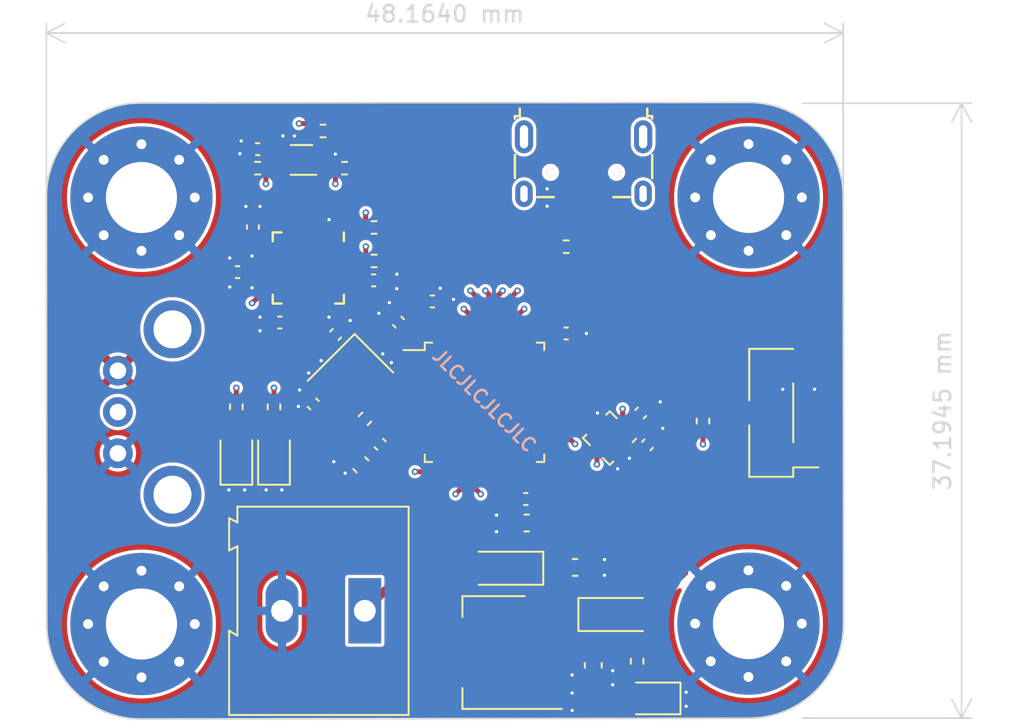
<source format=kicad_pcb>
(kicad_pcb (version 20211014) (generator pcbnew)
  (layers (0 "F.Cu" mixed) (1 "In1.Cu" signal) (2 "In2.Cu" signal) (31 "B.Cu" power) (34 "B.Paste" user) (35 "F.Paste" user) (36 "B.SilkS" user "B.Silkscreen") (37 "F.SilkS" user "F.Silkscreen") (38 "B.Mask" user) (39 "F.Mask" user) (44 "Edge.Cuts" user))
  (net 0 "")
  (net 1 "+3V3")
  (net 2 "GND")
  (net 3 "Net-(C4-Pad2)")
  (net 4 "/Crystal_In")
  (net 5 "Net-(C11-Pad1)")
  (net 6 "Net-(C16-Pad1)")
  (net 7 "VBUS")
  (net 8 "+BATT")
  (net 9 "Net-(D3-Pad2)")
  (net 10 "Net-(D4-Pad2)")
  (net 11 "Net-(D5-Pad2)")
  (net 14 "/PWM_Out")
  (net 15 "/Alert_Notif")
  (net 16 "/Crystal_Out")
  (net 17 "Net-(C17-Pad1)")
  (net 18 "/BMP_CSB")
  (net 19 "/Temp_ALERT")
  (net 20 "/Boot_Mode")
  (net 21 "Net-(R11-Pad2)")
  (net 22 "/RV_In")
  (net 27 "/MPU_INT")
  (net 37 "/BMP_SCK")
  (net 38 "/BMP_SDO")
  (net 39 "/BMP_SDI")
  (net 45 "/BMP_INT")
  (net 50 "/USB_D-")
  (net 51 "/USB_D+")
  (net 52 "/SCL0")
  (net 53 "/SDA0")
  (footprint "Sensor_Motion:InvenSense_QFN-24_4x4mm_P0.5mm" (layer "F.Cu") (at 160.4375 62.9125 -90)
    (fp_text reference "U4" hide)
    (fp_text value "MPU-6050" hide)
  )
  (footprint "LED_SMD:LED_0805_2012Metric" (layer "F.Cu") (at 158.3625 74.3375 90)
    (fp_text reference "D5" hide)
    (fp_text value "LED_Red" hide)
  )
  (footprint "MountingHole:MountingHole_4.3mm_M4_Pad_Via" (layer "F.Cu") (at 187.05 58.644491 180)
    (fp_text reference "H4" hide)
    (fp_text value "MountingHole_Pad" hide)
  )
  (footprint "Diode_SMD:D_SOD-123" (layer "F.Cu") (at 179.0125 83.875)
    (fp_text reference "D1" hide)
    (fp_text value "1N5819" hide)
  )
  (footprint "MountingHole:MountingHole_4.3mm_M4_Pad_Via" (layer "F.Cu") (at 187.044491 84.425 90)
    (fp_text reference "H4" hide)
    (fp_text value "MountingHole_Pad" hide)
  )
  (footprint "Capacitor_SMD:C_0402_1005Metric" (layer "F.Cu") (at 167.9375 64.9375)
    (fp_text reference "C2" hide)
    (fp_text value "100nF" hide)
  )
  (footprint "Capacitor_SMD:C_0402_1005Metric" (layer "F.Cu") (at 158.7125 66.2125 180)
    (fp_text reference "C15" hide)
    (fp_text value "100nF" hide)
  )
  (footprint "Capacitor_SMD:C_0402_1005Metric" (layer "F.Cu") (at 176.025 66.875)
    (fp_text reference "C3" hide)
    (fp_text value "100nF" hide)
  )
  (footprint "Capacitor_SMD:C_0402_1005Metric" (layer "F.Cu") (at 165.8875 66.1875 135)
    (fp_text reference "C1" hide)
    (fp_text value "100nF" hide)
  )
  (footprint "LED_SMD:LED_0805_2012Metric" (layer "F.Cu") (at 181.250001 88.95 180)
    (fp_text reference "D3" hide)
    (fp_text value "LED_Green" hide)
  )
  (footprint "Capacitor_SMD:C_0402_1005Metric" (layer "F.Cu") (at 160.7375 71.1375 135)
    (fp_text reference "C11" hide)
    (fp_text value "12pF" hide)
  )
  (footprint "Capacitor_SMD:C_0402_1005Metric" (layer "F.Cu") (at 180.534449 71.682098 -135)
    (fp_text reference "C12" hide)
    (fp_text value "100nF" hide)
  )
  (footprint "Package_QFP:LQFP-48_7x7mm_P0.5mm" (layer "F.Cu") (at 171.0875 71.0375)
    (fp_text reference "U1" hide)
    (fp_text value "STM32F302C8Tx" hide)
  )
  (footprint "Resistor_SMD:R_0402_1005Metric" (layer "F.Cu") (at 184.294491 72.175001 90)
    (fp_text reference "R11" hide)
    (fp_text value "10k" hide)
  )
  (footprint "Package_TO_SOT_SMD:SOT-223-3_TabPin2" (layer "F.Cu") (at 171.6625 86.175 180)
    (fp_text reference "U2" hide)
    (fp_text value "AMS1117-3.3" hide)
  )
  (footprint "Capacitor_SMD:C_0402_1005Metric" (layer "F.Cu") (at 162.0875 66.9375 45)
    (fp_text reference "C9" hide)
    (fp_text value "12pF" hide)
  )
  (footprint "Resistor_SMD:R_0402_1005Metric" (layer "F.Cu") (at 176.025 61.625 180)
    (fp_text reference "R2" hide)
    (fp_text value "1.5k" hide)
  )
  (footprint "Resistor_SMD:R_0402_1005Metric" (layer "F.Cu") (at 162.625 56.875 180)
    (fp_text reference "R9" hide)
    (fp_text value "4.7k" hide)
  )
  (footprint "Resistor_SMD:R_0402_1005Metric" (layer "F.Cu") (at 163.8625 72.0375 45)
    (fp_text reference "R5" hide)
    (fp_text value "47" hide)
  )
  (footprint "Resistor_SMD:R_0402_1005Metric" (layer "F.Cu") (at 164.4125 60.4625 180)
    (fp_text reference "R6" hide)
    (fp_text value "4.7k" hide)
  )
  (footprint "Capacitor_SMD:C_0603_1608Metric" (layer "F.Cu") (at 163.614493 74.814492 135)
    (fp_text reference "C10" hide)
    (fp_text value "1uF" hide)
  )
  (footprint "Capacitor_SMD:C_0402_1005Metric" (layer "F.Cu") (at 157.0875 60.4375 -90)
    (fp_text reference "C14" hide)
    (fp_text value "10nF" hide)
  )
  (footprint "Capacitor_SMD:C_0402_1005Metric" (layer "F.Cu") (at 173.5875 76.8875 180)
    (fp_text reference "C5" hide)
    (fp_text value "100nF" hide)
  )
  (footprint "Capacitor_SMD:C_0402_1005Metric" (layer "F.Cu") (at 156.1625 63.1625 180)
    (fp_text reference "C17" hide)
    (fp_text value "100nF" hide)
  )
  (footprint "Capacitor_SMD:C_0402_1005Metric" (layer "F.Cu") (at 157.375001 55.725 180)
    (fp_text reference "C18" hide)
    (fp_text value "100nF" hide)
  )
  (footprint "Resistor_SMD:R_0402_1005Metric" (layer "F.Cu") (at 180.3125 86.7 90)
    (fp_text reference "R1" hide)
    (fp_text value "330" hide)
  )
  (footprint "Capacitor_SMD:C_0603_1608Metric" (layer "F.Cu") (at 177.662499 86.95 90)
    (fp_text reference "C7" hide)
    (fp_text value "10uF" hide)
  )
  (footprint "Crystal:Crystal_SMD_3225-4Pin_3.2x2.5mm" (layer "F.Cu") (at 162.9875 69.4875 -135)
    (fp_text reference "Y1" hide)
    (fp_text value "X322516MLB4SI" hide)
  )
  (footprint "Resistor_SMD:R_0402_1005Metric" (layer "F.Cu") (at 158.3625 71.3125 -90)
    (fp_text reference "R4" hide)
    (fp_text value "330" hide)
  )
  (footprint "TerminalBlock:TerminalBlock_Altech_AK300-2_P5.00mm" (layer "F.Cu") (at 163.85 83.65 180)
    (fp_text reference "J1" hide)
    (fp_text value "Screw_Terminal_01x02" hide)
  )
  (footprint "Capacitor_SMD:C_0402_1005Metric" (layer "F.Cu") (at 164.3875 63.6625)
    (fp_text reference "C16" hide)
    (fp_text value "2.2nF" hide)
  )
  (footprint "LED_SMD:LED_0805_2012Metric" (layer "F.Cu") (at 156.0875 74.3375 90)
    (fp_text reference "D4" hide)
    (fp_text value "LED_Blue" hide)
  )
  (footprint "Resistor_SMD:R_0402_1005Metric" (layer "F.Cu") (at 161.325 54.625 180)
    (fp_text reference "R8" hide)
    (fp_text value "4.7k" hide)
  )
  (footprint "MountingHole:MountingHole_4.3mm_M4_Pad_Via" (layer "F.Cu") (at 150.35 84.45)
    (fp_text reference "H4" hide)
    (fp_text value "MountingHole_Pad" hide)
  )
  (footprint "Resistor_SMD:R_0402_1005Metric" (layer "F.Cu") (at 156.0875 71.3125 -90)
    (fp_text reference "R3" hide)
    (fp_text value "330" hide)
  )
  (footprint "Package_LGA:ST_HLGA-10_2.5x2.5mm_P0.6mm_LayoutBorder3x2y" (layer "F.Cu") (at 178.660616 73.202378 -45)
    (fp_text reference "U3" hide)
    (fp_text value "BMP388" hide)
  )
  (footprint "Potentiometer_THT:Potentiometer_Alps_RK09K_Single_Horizontal" (layer "F.Cu") (at 149.175 69.375 180)
    (fp_text reference "RV1" hide)
    (fp_text value "R_Potentiometer" hide)
  )
  (footprint "MountingHole:MountingHole_4.3mm_M4_Pad_Via" (layer "F.Cu") (at 150.35 58.65 -90)
    (fp_text reference "H4" hide)
    (fp_text value "MountingHole_Pad" hide)
  )
  (footprint "Package_TO_SOT_SMD:SOT-563" (layer "F.Cu") (at 160.025 56.375 180)
    (fp_text reference "U5" hide)
    (fp_text value "TMP112" hide)
  )
  (footprint "Capacitor_SMD:C_0402_1005Metric" (layer "F.Cu") (at 180.9375 73.6125 -135)
    (fp_text reference "C13" hide)
    (fp_text value "100nF" hide)
  )
  (footprint "Connector_PinHeader_2.54mm:PinHeader_1x03_P2.54mm_Vertical_SMD_Pin1Left" (layer "F.Cu") (at 188.419491 71.675001 180)
    (fp_text reference "SW1" hide)
    (fp_text value "SW_SPDT" hide)
  )
  (footprint "Connector_USB:USB_Micro-B_Wuerth_629105150521" (layer "F.Cu") (at 176.825 56.724999 180)
    (fp_text reference "J2" hide)
    (fp_text value "USB_B_Micro")
  )
  (footprint "Diode_SMD:D_SOD-123" (layer "F.Cu") (at 172.3875 81.075 180)
    (fp_text reference "D2" hide)
    (fp_text value "1N5819" hide)
  )
  (footprint "Capacitor_SMD:C_0603_1608Metric" (layer "F.Cu") (at 173.6375 78.3375 180)
    (fp_text reference "C6" hide)
    (fp_text value "4.7uF" hide)
  )
  (footprint "Resistor_SMD:R_0402_1005Metric" (layer "F.Cu") (at 164.4125 62.4875 180)
    (fp_text reference "R7" hide)
    (fp_text value "4.7k" hide)
  )
  (footprint "Resistor_SMD:R_0402_1005Metric" (layer "F.Cu") (at 157.375 56.875)
    (fp_text reference "R10" hide)
    (fp_text value "4.7k" hide)
  )
  (footprint "Capacitor_SMD:C_0402_1005Metric" (layer "F.Cu") (at 164.781219 73.577056 135)
    (fp_text reference "C8" hide)
    (fp_text value "100nF" hide)
  )
  (footprint "Capacitor_SMD:C_0603_1608Metric" (layer "F.Cu") (at 176.5625 81.025 180)
    (fp_text reference "C4" hide)
    (fp_text value "10uF" hide)
  )
  (gr_arc (start 144.605509 58.630509) (mid 146.275 54.6) (end 150.305509 52.930509) (layer "Edge.Cuts") (width 0.1))
  (gr_arc (start 192.788982 84.444491) (mid 191.119491 88.475) (end 187.088982 90.144491) (layer "Edge.Cuts") (width 0.1))
  (gr_arc (start 150.330509 90.194491) (mid 146.3 88.525) (end 144.630509 84.494491) (layer "Edge.Cuts") (width 0.1))
  (gr_line (start 150.305509 52.930509) (end 187.069491 52.9) (layer "Edge.Cuts") (width 0.1))
  (gr_arc (start 187.069491 52.9) (mid 191.1 54.569491) (end 192.769491 58.6) (layer "Edge.Cuts") (width 0.1))
  (gr_line (start 187.088982 90.144491) (end 150.330509 90.194491) (layer "Edge.Cuts") (width 0.1))
  (gr_line (start 192.769491 58.6) (end 192.788982 84.444491) (layer "Edge.Cuts") (width 0.1))
  (gr_line (start 144.630509 84.494491) (end 144.605509 58.630509) (layer "Edge.Cuts") (width 0.1))
  (gr_text "JLCJLCJLCJLC" (at 171.075 70.925 315) (layer "B.SilkS") (effects (font (size 0.8 0.8))))
  (dimension (type aligned) (layer "Edge.Cuts") (pts (xy 189.825 52.95) (xy 189.825 90.144491)) (height -10.1) (gr_text "37.1945 mm" (at 198.775 71.547245 90) (layer "Edge.Cuts") (effects (font (size 1 1) (thickness 0.15)))) (format (units 3) (units_format 1) (precision 4)) (style (thickness 0.1) (arrow_length 1.27) (text_position_mode 0) (extension_height 0.58642) (extension_offset 0.5) keep_text_aligned))
  (dimension (type aligned) (layer "Edge.Cuts") (pts (xy 192.769491 58.6) (xy 144.605509 58.6)) (height 9.9) (gr_text "48.1640 mm" (at 168.6875 47.55) (layer "Edge.Cuts") (effects (font (size 1 1) (thickness 0.15)))) (format (units 3) (units_format 1) (precision 4)) (style (thickness 0.1) (arrow_length 1.27) (text_position_mode 0) (extension_height 0.58642) (extension_offset 0.5) keep_text_aligned))
  (segment (start 159.525 56.375) (end 158.505 56.375) (width 0.2) (layer "F.Cu") (net 1))
  (segment (start 175.25 67.17) (end 175.545 66.875) (width 0.3) (layer "F.Cu") (net 1))
  (segment (start 166.226911 67.589411) (end 166.925 68.2875) (width 0.3) (layer "F.Cu") (net 1))
  (segment (start 175.545 66.875) (end 175.545 66.917285) (width 0.3) (layer "F.Cu") (net 1))
  (segment (start 159.1875 64.8625) (end 159.1875 66.2075) (width 0.3) (layer "F.Cu") (net 1))
  (segment (start 174.0675 76.8875) (end 174.0675 77.9925) (width 0.3) (layer "F.Cu") (net 1))
  (segment (start 164.1625 74.874597) (end 164.1625 75.3625) (width 0.3) (layer "F.Cu") (net 1))
  (segment (start 158.4875 62.1625) (end 157.962139 62.1625) (width 0.3) (layer "F.Cu") (net 1))
  (segment (start 165.12063 73.916467) (end 164.1625 74.874597) (width 0.3) (layer "F.Cu") (net 1))
  (segment (start 174.8125 86.175) (end 177.662499 86.175) (width 0.5) (layer "F.Cu") (net 1))
  (segment (start 157.0875 61.287861) (end 157.0875 60.9175) (width 0.3) (layer "F.Cu") (net 1))
  (segment (start 157.962139 62.1625) (end 157.0875 61.287861) (width 0.3) (layer "F.Cu") (net 1))
  (segment (start 165.12063 73.916467) (end 165.7375 73.299597) (width 0.3) (layer "F.Cu") (net 1))
  (segment (start 174.0675 77.9925) (end 174.4125 78.3375) (width 0.3) (layer "F.Cu") (net 1))
  (segment (start 180.034171 73.387994) (end 179.553338 73.387994) (width 0.3) (layer "F.Cu") (net 1))
  (segment (start 166.226911 66.526911) (end 166.226911 67.589411) (width 0.3) (layer "F.Cu") (net 1))
  (segment (start 167.4575 65.1575) (end 168.3375 66.0375) (width 0.3) (layer "F.Cu") (net 1))
  (segment (start 177.637499 86.15) (end 177.662499 86.175) (width 0.5) (layer "F.Cu") (net 1))
  (segment (start 181.035 86.19) (end 181.05 86.175) (width 0.3) (layer "F.Cu") (net 1))
  (segment (start 173.8375 76.6575) (end 174.0675 76.8875) (width 0.3) (layer "F.Cu") (net 1))
  (segment (start 179.367723 72.848825) (end 180.195038 72.02151) (width 0.3) (layer "F.Cu") (net 1))
  (segment (start 180.3125 86.19) (end 181.035 86.19) (width 0.3) (layer "F.Cu") (net 1))
  (segment (start 166.925 72.2875) (end 166.087139 72.2875) (width 0.3) (layer "F.Cu") (net 1))
  (segment (start 158.505 56.375) (end 157.855 55.725) (width 0.2) (layer "F.Cu") (net 1))
  (segment (start 166.087139 72.2875) (end 165.7375 72.637139) (width 0.3) (layer "F.Cu") (net 1))
  (segment (start 159.1875 66.2075) (end 159.1925 66.2125) (width 0.3) (layer "F.Cu") (net 1))
  (segment (start 173.8375 75.2) (end 173.8375 76.6575) (width 0.3) (layer "F.Cu") (net 1))
  (segment (start 165.7375 73.299597) (end 165.7375 72.637139) (width 0.3) (layer "F.Cu") (net 1))
  (segment (start 167.4575 64.9375) (end 167.4575 65.1575) (width 0.3) (layer "F.Cu") (net 1))
  (segment (start 168.3375 66.0375) (end 168.3375 66.875) (width 0.3) (layer "F.Cu") (net 1))
  (segment (start 180.3125 86.19) (end 177.677499 86.19) (width 0.5) (layer "F.Cu") (net 1))
  (segment (start 175.25 68.2875) (end 175.25 67.17) (width 0.3) (layer "F.Cu") (net 1))
  (segment (start 177.677499 86.19) (end 177.662499 86.175) (width 0.5) (layer "F.Cu") (net 1))
  (segment (start 180.598089 73.951911) (end 180.034171 73.387994) (width 0.3) (layer "F.Cu") (net 1))
  (segment (start 163.412967 74.266485) (end 163.066485 74.266485) (width 0.3) (layer "F.Cu") (net 2))
  (segment (start 175.25 68.7875) (end 176.087861 68.7875) (width 0.3) (layer "F.Cu") (net 2))
  (segment (start 173.3375 75.2) (end 173.3375 76.6575) (width 0.3) (layer "F.Cu") (net 2))
  (segment (start 176.087861 68.7875) (end 176.505 68.370361) (width 0.3) (layer "F.Cu") (net 2))
  (segment (start 180.87386 71.342687) (end 181.382313 71.342687) (width 0.5) (layer "F.Cu") (net 2))
  (segment (start 155.6875 63.1675) (end 155.6825 63.1625) (width 0.5) (layer "F.Cu") (net 2))
  (segment (start 179.137913 75.058533) (end 178.846232 74.766852) (width 0.3) (layer "F.Cu") (net 2))
  (segment (start 164.462355 73.237645) (end 165.237981 72.462019) (width 0.3) (layer "F.Cu") (net 2))
  (segment (start 177.9125 71.6875) (end 177.9125 71.747156) (width 0.3) (layer "F.Cu") (net 2))
  (segment (start 181.276911 73.273089) (end 181.276911 73.198089) (width 0.5) (layer "F.Cu") (net 2))
  (segment (start 178.846232 74.766852) (end 178.846232 74.0951) (width 0.3) (layer "F.Cu") (net 2))
  (segment (start 159.6 54.925) (end 159.6 55.8) (width 0.2) (layer "F.Cu") (net 2))
  (segment (start 158.4875 62.6625) (end 157.5125 62.6625) (width 0.3) (layer "F.Cu") (net 2))
  (segment (start 165.237981 72.462019) (end 165.237981 72.43023) (width 0.3) (layer "F.Cu") (net 2))
  (segment (start 174.9625 88.625) (end 174.8125 88.475) (width 0.5) (layer "F.Cu") (net 2))
  (segment (start 168.4175 64.9375) (end 168.8375 65.3575) (width 0.3) (layer "F.Cu") (net 2))
  (segment (start 176.505 68.370361) (end 176.505 66.875) (width 0.3) (layer "F.Cu") (net 2))
  (segment (start 160.525 56.374999) (end 161.680496 56.374999) (width 0.2) (layer "F.Cu") (net 2))
  (segment (start 161.680496 56.374999) (end 162.030495 56.025) (width 0.2) (layer "F.Cu") (net 2))
  (segment (start 166.925 71.7875) (end 165.880711 71.7875) (width 0.3) (layer "F.Cu") (net 2))
  (segment (start 179.84502 74.422137) (end 179.199785 73.776902) (width 0.3) (layer "F.Cu") (net 2))
  (segment (start 176.5 66.87) (end 176.505 66.875) (width 0.5) (layer "F.Cu") (net 2))
  (segment (start 162.451911 66.598089) (end 162.9625 66.0875) (width 0.5) (layer "F.Cu") (net 2))
  (segment (start 155.6875 63.1575) (end 155.6825 63.1625) (width 0.5) (layer "F.Cu") (net 2))
  (segment (start 162.426911 66.598089) (end 162.451911 66.598089) (width 0.5) (layer "F.Cu") (net 2))
  (segment (start 158.4875 63.6625) (end 157.4875 63.6625) (width 0.3) (layer "F.Cu") (net 2))
  (segment (start 161.6875 60.9625) (end 161.6875 59.9875) (width 0.3) (layer "F.Cu") (net 2))
  (segment (start 159.6 55.8) (end 159.525 55.875) (width 0.2) (layer "F.Cu") (net 2))
  (segment (start 177.9125 71.747156) (end 178.475 72.309656) (width 0.3) (layer "F.Cu") (net 2))
  (segment (start 179.199785 73.776902) (end 179.199785 73.741547) (width 0.3) (layer "F.Cu") (net 2))
  (segment (start 164.441808 73.237644) (end 163.412967 74.266485) (width 0.3) (layer "F.Cu") (net 2))
  (segment (start 168.4125 64.9325) (end 168.4175 64.9375) (width 0.5) (layer "F.Cu") (net 2))
  (segment (start 181.382313 71.342687) (end 181.7125 71.0125) (width 0.5) (layer "F.Cu") (net 2))
  (segment (start 158.9 55.25) (end 159.525 55.875) (width 0.2) (layer "F.Cu") (net 2))
  (segment (start 157.4875 63.6625) (end 157.0375 64.1125) (width 0.3) (layer "F.Cu") (net 2))
  (segment (start 168.8375 65.3575) (end 168.8375 66.875) (width 0.3) (layer "F.Cu") (net 2))
  (segment (start 177.3125 81.05) (end 177.3375 81.025) (width 0.5) (layer "F.Cu") (net 2))
  (segment (start 158.9 54.925) (end 158.9 55.25) (width 0.2) (layer "F.Cu") (net 2))
  (segment (start 173.3375 76.6575) (end 173.1075 76.8875) (width 0.3) (layer "F.Cu") (net 2))
  (segment (start 162.030495 56.025) (end 162.075 56.025001) (width 0.2) (layer "F.Cu") (net 2))
  (segment (start 177.6875 87.75) (end 177.6625 87.725) (width 0.5) (layer "F.Cu") (net 2))
  (segment (start 173.1075 76.8875) (end 173.1075 78.0925) (width 0.3) (layer "F.Cu") (net 2))
  (segment (start 156.0875 75.275001) (end 155.8 75.275) (width 0.5) (layer "F.Cu") (net 2))
  (segment (start 161.6875 65.8875) (end 161.6875 64.8625) (width 0.3) (layer "F.Cu") (net 2))
  (segment (start 181.276911 73.198089) (end 181.8625 72.6125) (width 0.5) (layer "F.Cu") (net 2))
  (segment (start 164.441808 73.237645) (end 164.462355 73.237645) (width 0.3) (layer "F.Cu") (net 2))
  (segment (start 157.5125 62.6625) (end 157.0375 62.1875) (width 0.3) (layer "F.Cu") (net 2))
  (segment (start 165.880711 71.7875) (end 165.237981 72.43023) (width 0.3) (layer "F.Cu") (net 2))
  (segment (start 173.1075 78.0925) (end 172.8625 78.3375) (width 0.3) (layer "F.Cu") (net 2))
  (via (at 156.6625 59.1875) (size 0.4) (drill 0.2) (layers "F.Cu" "B.Cu") (net 2))
  (via (at 157.5125 65.8875) (size 0.4) (drill 0.2) (layers "F.Cu" "B.Cu") (net 2))
  (via (at 171.8125 78.8625) (size 0.4) (drill 0.2) (layers "F.Cu" "B.Cu") (net 2))
  (via (at 176.3875 88.625) (size 0.4) (drill 0.2) (layers "F.Cu" "B.Cu") (net 2))
  (via (at 156.3 56) (size 0.4) (drill 0.2) (layers "F.Cu" "B.Cu") (net 2))
  (via (at 162.075 56.025001) (size 0.4) (drill 0.2) (layers "F.Cu" "B.Cu") (net 2))
  (via (at 181.7125 71.0125) (size 0.4) (drill 0.2) (layers "F.Cu" "B.Cu") (net 2))
  (via (at 159.8375 71.2875) (size 0.4) (drill 0.2) (layers "F.Cu" "B.Cu") (net 2))
  (via (at 178.3375 80.55) (size 0.4) (drill 0.2) (layers "F.Cu" "B.Cu") (net 2))
  (via (at 158.9 54.925) (size 0.4) (drill 0.2) (layers "F.Cu" "B.Cu") (net 2))
  (via (at 165.4625 68.6375) (size 0.4) (drill 0.2) (layers "F.Cu" "B.Cu") (net 2))
  (via (at 160.4625 69.2625) (size 0.4) (drill 0.2) (layers "F.Cu" "B.Cu") (net 2))
  (via (at 156.5875 76.3375) (size 0.4) (drill 0.2) (layers "F.Cu" "B.Cu") (net 2))
  (via (at 171.8125 77.8625) (size 0.4) (drill 0.2) (layers "F.Cu" "B.Cu") (net 2))
  (via (at 179.84502 74.422137) (size 0.4) (drill 0.2) (layers "F.Cu" "B.Cu") (net 2))
  (via (at 161.6875 59.9875) (size 0.4) (drill 0.2) (layers "F.Cu" "B.Cu") (net 2))
  (via (at 189.11949 70.25) (size 0.4) (drill 0.2) (layers "F.Cu" "B.Cu") (net 2))
  (via (at 177.25 66.875) (size 0.4) (drill 0.2) (layers "F.Cu" "B.Cu") (net 2))
  (via (at 161.976154 74.632083) (size 0.4) (drill 0.2) (layers "F.Cu" "B.Cu") (net 2))
  (via (at 174.875 58.125) (size 0.4) (drill 0.2) (layers "F.Cu" "B.Cu") (net 2))
  (via (at 176.3875 87.525) (size 0.4) (drill 0.2) (layers "F.Cu" "B.Cu") (net 2))
  (via (at 157.5125 59.1875) (size 0.4) (drill 0.2) (layers "F.Cu" "B.Cu") (net 2))
  (via (at 156.375 55.225) (size 0.4) (drill 0.2) (layers "F.Cu" "B.Cu") (net 2))
  (via (at 159.6 54.925) (size 0.4) (drill 0.2) (layers "F.Cu" "B.Cu") (net 2))
  (via (at 178.8375 87.275) (size 0.4) (drill 0.2) (layers "F.Cu" "B.Cu") (net 2))
  (via (at 162.665583 75.321514) (size 0.4) (drill 0.2) (layers "F.Cu" "B.Cu") (net 2))
  (via (at 178.3375 81.5) (size 0.4) (drill 0.2) (layers "F.Cu" "B.Cu") (net 2))
  (via (at 155.6375 76.337501) (size 0.4) (drill 0.2) (layers "F.Cu" "B.Cu") (net 2))
  (via (at 179.137913 75.058533) (size 0.4) (drill 0.2) (layers "F.Cu" "B.Cu") (net 2))
  (via (at 177.9125 71.6875) (size 0.4) (drill 0.2) (layers "F.Cu" "B.Cu") (net 2))
  (via (at 191.044492 70.249999) (size 0.4) (drill 0.2) (layers "F.Cu" "B.Cu") (net 2))
  (via (at 162.9625 66.0875) (size 0.4) (drill 0.2) (layers "F.Cu" "B.Cu") (net 2))
  (via (at 157.8875 76.3375) (size 0.4) (drill 0.2) (layers "F.Cu" "B.Cu") (net 2))
  (via (at 169.2125 64.8125) (size 0.4) (drill 0.2) (layers "F.Cu" "B.Cu") (net 2))
  (via (at 174.875 59.175) (size 0.4) (drill 0.2) (layers "F.Cu" "B.Cu") (net 2))
  (via (at 165.3375 65.0125) (size 0.4) (drill 0.2) (layers "F.Cu" "B.Cu") (net 2))
  (via (at 178.8375 88.125) (size 0.4) (drill 0.2) (layers "F.Cu" "B.Cu") (net 2))
  (via (at 168.4125 64.1375) (size 0.4) (drill 0.2) (layers "F.Cu" "B.Cu") (net 2))
  (via (at 164.9375 68.1125) (size 0.4) (drill 0.2) (layers "F.Cu" "B.Cu") (net 2))
  (via (at 183.275 89.425) (size 0.4) (drill 0.2) (layers "F.Cu" "B.Cu") (net 2))
  (via (at 161.2125 68.5125) (size 0.4) (drill 0.2) (layers "F.Cu" "B.Cu") (net 2))
  (via (at 159.9125 70.2875) (size 0.4) (drill 0.2) (layers "F.Cu" "B.Cu") (net 2))
  (via (at 165.7875 63.2875) (size 0.4) (drill 0.2) (layers "F.Cu" "B.Cu") (net 2))
  (via (at 158.8375 76.3375) (size 0.4) (drill 0.2) (layers "F.Cu" "B.Cu") (net 2))
  (via (at 157.0375 62.1875) (size 0.4) (drill 0.2) (layers "F.Cu" "B.Cu") (net 2))
  (via (at 181.8625 72.6125) (size 0.4) (drill 0.2) (layers "F.Cu" "B.Cu") (net 2))
  (via (at 176.3875 89.675) (size 0.4) (drill 0.2) (layers "F.Cu" "B.Cu") (net 2))
  (via (at 157.5125 66.7125) (size 0.4) (drill 0.2) (layers "F.Cu" "B.Cu") (net 2))
  (via (at 155.6875 64.0625) (size 0.4) (drill 0.2) (layers "F.Cu" "B.Cu") (net 2))
  (via (at 165.7875 64.1625) (size 0.4) (drill 0.2) (layers "F.Cu" "B.Cu") (net 2))
  (via (at 155.6875 62.3125) (size 0.4) (drill 0.2) (layers "F.Cu" "B.Cu") (net 2))
  (via (at 164.701104 65.648896) (size 0.4) (drill 0.2) (layers "F.Cu" "B.Cu") (net 2))
  (via (at 161.6875 65.8875) (size 0.4) (drill 0.2) (layers "F.Cu" "B.Cu") (net 2))
  (via (at 183.275 88.575) (size 0.4) (drill 0.2) (layers "F.Cu" "B.Cu") (net 2))
  (via (at 157.0375 64.1125) (size 0.4) (drill 0.2) (layers "F.Cu" "B.Cu") (net 2))
  (segment (start 174.463478 83.875) (end 174.8125 83.875) (width 0.5) (layer "F.Cu") (net 3))
  (segment (start 174.0375 81.075) (end 175.7375 81.075) (width 0.5) (layer "F.Cu") (net 3))
  (segment (start 175.7375 81.075) (end 175.7875 81.025) (width 0.5) (layer "F.Cu") (net 3))
  (segment (start 174.8125 81.85) (end 174.0375 81.075) (width 0.5) (layer "F.Cu") (net 3))
  (segment (start 174.8125 83.875) (end 177.3625 83.875) (width 0.5) (layer "F.Cu") (net 3))
  (segment (start 174.8125 83.875) (end 174.8125 81.85) (width 0.5) (layer "F.Cu") (net 3))
  (segment (start 164.208889 70.6375) (end 163.0875 69.516111) (width 0.3) (layer "F.Cu") (net 4))
  (segment (start 163.0875 69.516111) (end 163.0875 68.185419) (width 0.3) (layer "F.Cu") (net 4))
  (segment (start 162.57982 68.108642) (end 161.748089 67.276911) (width 0.3) (layer "F.Cu") (net 4))
  (segment (start 164.382405 70.6375) (end 164.208889 70.6375) (width 0.3) (layer "F.Cu") (net 4))
  (segment (start 163.0875 68.185419) (end 163.164277 68.108642) (width 0.3) (layer "F.Cu") (net 4))
  (segment (start 163.164277 68.108642) (end 162.57982 68.108642) (width 0.3) (layer "F.Cu") (net 4))
  (segment (start 166.925 70.2875) (end 164.732405 70.2875) (width 0.3) (layer "F.Cu") (net 4))
  (segment (start 164.732405 70.2875) (end 164.382405 70.6375) (width 0.3) (layer "F.Cu") (net 4))
  (segment (start 162.810723 71.706971) (end 163.501876 72.398124) (width 0.3) (layer "F.Cu") (net 5))
  (segment (start 161.076911 71.476911) (end 162.20017 71.476911) (width 0.3) (layer "F.Cu") (net 5))
  (segment (start 162.810723 70.866358) (end 162.810723 71.706971) (width 0.3) (layer "F.Cu") (net 5))
  (segment (start 162.20017 71.476911) (end 162.810723 70.866358) (width 0.3) (layer "F.Cu") (net 5))
  (segment (start 162.3875 63.6625) (end 163.9075 63.6625) (width 0.3) (layer "F.Cu") (net 6))
  (segment (start 178.375 60.225372) (end 183.2 65.050372) (width 0.4) (layer "F.Cu") (net 7))
  (segment (start 183.2 65.050372) (end 183.2 81.3375) (width 0.4) (layer "F.Cu") (net 7))
  (segment (start 183.2 81.3375) (end 180.6625 83.875) (width 0.4) (layer "F.Cu") (net 7))
  (segment (start 178.375 58.124999) (end 178.375 60.225372) (width 0.4) (layer "F.Cu") (net 7))
  (segment (start 166.425 81.075) (end 163.85 83.65) (width 0.5) (layer "F.Cu") (net 8))
  (segment (start 170.7375 81.075) (end 166.425 81.075) (width 0.5) (layer "F.Cu") (net 8))
  (segment (start 180.35 88.9875) (end 180.3125 88.95) (width 0.5) (layer "F.Cu") (net 9))
  (segment (start 180.312501 88.95) (end 180.3125 87.21) (width 0.3) (layer "F.Cu") (net 9))
  (segment (start 156.0875 71.8225) (end 156.0875 73.4) (width 0.3) (layer "F.Cu") (net 10))
  (segment (start 158.3625 71.8225) (end 158.3625 73.4) (width 0.3) (layer "F.Cu") (net 11))
  (segment (start 156.0875 70.8025) (end 156.0875 70.1625) (width 0.3) (layer "F.Cu") (net 14))
  (segment (start 169.3375 76.5875) (end 169.8375 76.0875) (width 0.3) (layer "F.Cu") (net 14))
  (segment (start 169.8375 76.0875) (end 169.8375 75.2) (width 0.3) (layer "F.Cu") (net 14))
  (via (at 169.3375 76.5875) (size 0.4) (drill 0.2) (layers "F.Cu" "B.Cu") (net 14))
  (via (at 156.0875 70.1625) (size 0.4) (drill 0.2) (layers "F.Cu" "B.Cu") (net 14))
  (segment (start 170.3375 76.0625) (end 170.3375 75.2) (width 0.3) (layer "F.Cu") (net 15))
  (segment (start 170.8625 76.5875) (end 170.3375 76.0625) (width 0.3) (layer "F.Cu") (net 15))
  (segment (start 158.3625 70.8025) (end 158.3625 70.1625) (width 0.3) (layer "F.Cu") (net 15))
  (via (at 158.3625 70.1625) (size 0.4) (drill 0.2) (layers "F.Cu" "B.Cu") (net 15))
  (via (at 170.8625 76.5875) (size 0.4) (drill 0.2) (layers "F.Cu" "B.Cu") (net 15))
  (segment (start 164.223124 71.676876) (end 165.1125 70.7875) (width 0.3) (layer "F.Cu") (net 16))
  (segment (start 165.1125 70.7875) (end 166.925 70.7875) (width 0.3) (layer "F.Cu") (net 16))
  (segment (start 158.4875 63.1625) (end 156.6425 63.1625) (width 0.3) (layer "F.Cu") (net 17))
  (segment (start 175.25 73.7875) (end 175.6625 73.7875) (width 0.3) (layer "F.Cu") (net 18))
  (segment (start 175.6625 73.7875) (end 176.2875 74.4125) (width 0.3) (layer "F.Cu") (net 18))
  (segment (start 176.2875 74.4125) (end 177.09694 74.4125) (width 0.3) (layer "F.Cu") (net 18))
  (segment (start 177.09694 74.4125) (end 177.953509 73.555931) (width 0.3) (layer "F.Cu") (net 18))
  (segment (start 160.825 55.575) (end 160.825 54.635001) (width 0.2) (layer "F.Cu") (net 19))
  (segment (start 160.825 54.635001) (end 160.814999 54.625) (width 0.2) (layer "F.Cu") (net 19))
  (segment (start 172.8375 66.037139) (end 173.487139 65.3875) (width 0.3) (layer "F.Cu") (net 19))
  (segment (start 159.875 54.175) (end 160.364999 54.175) (width 0.3) (layer "F.Cu") (net 19))
  (segment (start 172.8375 66.875) (end 172.8375 66.037139) (width 0.3) (layer "F.Cu") (net 19))
  (segment (start 160.364999 54.175) (end 160.814999 54.625) (width 0.3) (layer "F.Cu") (net 19))
  (segment (start 160.525 55.875) (end 160.825 55.575) (width 0.2) (layer "F.Cu") (net 19))
  (segment (start 173.487139 65.3875) (end 173.4875 65.3875) (width 0.3) (layer "F.Cu") (net 19))
  (via (at 173.4875 65.3875) (size 0.4) (drill 0.2) (layers "F.Cu" "B.Cu") (net 19))
  (via (at 159.875 54.175) (size 0.4) (drill 0.2) (layers "F.Cu" "B.Cu") (net 19))
  (segment (start 184.294491 73.525) (end 184.244491 73.575) (width 0.3) (layer "F.Cu") (net 20))
  (segment (start 170.3375 65.8875) (end 170.3375 66.875) (width 0.3) (layer "F.Cu") (net 20))
  (segment (start 184.294491 72.685) (end 184.294491 73.525) (width 0.3) (layer "F.Cu") (net 20))
  (segment (start 169.8375 65.3875) (end 170.3375 65.8875) (width 0.3) (layer "F.Cu") (net 20))
  (via (at 169.8375 65.3875) (size 0.4) (drill 0.2) (layers "F.Cu" "B.Cu") (net 20))
  (via (at 184.294491 73.575) (size 0.4) (drill 0.2) (layers "F.Cu" "B.Cu") (net 20))
  (segment (start 184.294491 71.665001) (end 186.754492 71.665001) (width 0.3) (layer "F.Cu") (net 21))
  (segment (start 186.754492 71.665001) (end 186.764491 71.675) (width 0.3) (layer "F.Cu") (net 21))
  (segment (start 166.8875 75.2375) (end 168.3 75.2375) (width 0.3) (layer "F.Cu") (net 22))
  (segment (start 168.3 75.2375) (end 168.3375 75.2) (width 0.3) (layer "F.Cu") (net 22))
  (via (at 166.8875 75.2375) (size 0.4) (drill 0.2) (layers "F.Cu" "B.Cu") (net 22))
  (segment (start 171.8375 66.875) (end 171.8375 64.6375) (width 0.3) (layer "F.Cu") (net 27))
  (segment (start 157.9125 64.1625) (end 158.4875 64.1625) (width 0.3) (layer "F.Cu") (net 27))
  (segment (start 171.8375 64.6375) (end 172.1875 64.2875) (width 0.3) (layer "F.Cu") (net 27))
  (segment (start 157.0375 65.0375) (end 157.9125 64.1625) (width 0.3) (layer "F.Cu") (net 27))
  (via (at 172.1875 64.2875) (size 0.4) (drill 0.2) (layers "F.Cu" "B.Cu") (net 27))
  (via (at 157.0375 65.0375) (size 0.4) (drill 0.2) (layers "F.Cu" "B.Cu") (net 27))
  (segment (start 179.438434 72.071007) (end 179.438434 71.434611) (width 0.3) (layer "F.Cu") (net 37))
  (segment (start 176.2875 73.2875) (end 176.5625 73.5625) (width 0.3) (layer "F.Cu") (net 37))
  (segment (start 175.25 73.2875) (end 176.2875 73.2875) (width 0.3) (layer "F.Cu") (net 37))
  (segment (start 179.01417 72.495271) (end 179.438434 72.071007) (width 0.3) (layer "F.Cu") (net 37))
  (via (at 179.438434 71.434611) (size 0.4) (drill 0.2) (layers "F.Cu" "B.Cu") (net 37))
  (via (at 176.5625 73.5625) (size 0.4) (drill 0.2) (layers "F.Cu" "B.Cu") (net 37))
  (segment (start 177.767894 73.016763) (end 177.546923 72.795792) (width 0.3) (layer "F.Cu") (net 38))
  (segment (start 177.546923 72.795792) (end 176.73375 72.795792) (width 0.3) (layer "F.Cu") (net 38))
  (segment (start 176.725458 72.7875) (end 176.73375 72.795792) (width 0.3) (layer "F.Cu") (net 38))
  (segment (start 175.25 72.7875) (end 176.725458 72.7875) (width 0.3) (layer "F.Cu") (net 38))
  (segment (start 175.25 72.2875) (end 177.745738 72.2875) (width 0.3) (layer "F.Cu") (net 39))
  (segment (start 177.745738 72.2875) (end 178.121447 72.663209) (width 0.3) (layer "F.Cu") (net 39))
  (segment (start 172.3375 66.875) (end 172.3375 65.0375) (width 0.3) (layer "F.Cu") (net 45))
  (segment (start 177.882799 74.333749) (end 177.882799 74.793368) (width 0.3) (layer "F.Cu") (net 45))
  (segment (start 172.3375 65.0375) (end 173.0875 64.2875) (width 0.3) (layer "F.Cu") (net 45))
  (segment (start 178.307063 73.909485) (end 177.882799 74.333749) (width 0.3) (layer "F.Cu") (net 45))
  (via (at 173.0875 64.2875) (size 0.4) (drill 0.2) (layers "F.Cu" "B.Cu") (net 45))
  (via (at 177.882799 74.793368) (size 0.4) (drill 0.2) (layers "F.Cu" "B.Cu") (net 45))
  (segment (start 177.725 58.124999) (end 177.725 58.138602) (width 0.2) (layer "F.Cu") (net 50))
  (segment (start 175.25 70.2875) (end 175.299999 70.237501) (width 0.2) (layer "F.Cu") (net 50))
  (segment (start 175.25 70.2875) (end 175.274999 70.262501) (width 0.2) (layer "F.Cu") (net 50))
  (segment (start 178.3 69.0682) (end 178.3 60.8568) (width 0.2) (layer "F.Cu") (net 50))
  (segment (start 175.274999 70.262501) (end 177.105699 70.262501) (width 0.2) (layer "F.Cu") (net 50))
  (segment (start 177.625 59.425) (end 177.725 59.325) (width 0.2) (layer "F.Cu") (net 50))
  (segment (start 178.3 60.8568) (end 177.625 60.1818) (width 0.2) (layer "F.Cu") (net 50))
  (segment (start 177.625 60.1818) (end 177.625 59.425) (width 0.2) (layer "F.Cu") (net 50))
  (segment (start 177.105699 70.262501) (end 178.3 69.0682) (width 0.2) (layer "F.Cu") (net 50))
  (segment (start 177.725 59.325) (end 177.725 58.124999) (width 0.2) (layer "F.Cu") (net 50))
  (segment (start 176.535 61.625) (end 177.85 61.625) (width 0.3) (layer "F.Cu") (net 51))
  (segment (start 175.274999 69.812499) (end 176.919301 69.812499) (width 0.2) (layer "F.Cu") (net 51))
  (segment (start 177.075 59.325) (end 177.075 58.124999) (width 0.2) (layer "F.Cu") (net 51))
  (segment (start 177.85 68.8818) (end 177.85 61.0432) (width 0.2) (layer "F.Cu") (net 51))
  (segment (start 177.175 59.425) (end 177.075 59.325) (width 0.2) (layer "F.Cu") (net 51))
  (segment (start 175.25 69.7875) (end 175.274999 69.812499) (width 0.2) (layer "F.Cu") (net 51))
  (segment (start 176.919301 69.812499) (end 177.85 68.8818) (width 0.2) (layer "F.Cu") (net 51))
  (segment (start 177.85 61.0432) (end 177.175 60.3682) (width 0.2) (layer "F.Cu") (net 51))
  (segment (start 177.175 60.3682) (end 177.175 59.425) (width 0.2) (layer "F.Cu") (net 51))
  (segment (start 160.525 56.875) (end 162.115 56.875) (width 0.2) (layer "F.Cu") (net 52))
  (segment (start 162.075 56.915001) (end 162.115 56.875) (width 0.3) (layer "F.Cu") (net 52))
  (segment (start 171.3375 66.875) (end 171.3375 64.4875) (width 0.3) (layer "F.Cu") (net 52))
  (segment (start 163.5775 62.1625) (end 163.9025 62.4875) (width 0.3) (layer "F.Cu") (net 52))
  (segment (start 163.9125 62.4775) (end 163.9025 62.4875) (width 0.3) (layer "F.Cu") (net 52))
  (segment (start 162.3875 62.1625) (end 163.5775 62.1625) (width 0.3) (layer "F.Cu") (net 52))
  (segment (start 162.075 57.825) (end 162.075 56.915001) (width 0.3) (layer "F.Cu") (net 52))
  (segment (start 163.9125 61.6125) (end 163.9125 62.4775) (width 0.3) (layer "F.Cu") (net 52))
  (segment (start 171.3375 64.4875) (end 171.1375 64.2875) (width 0.3) (layer "F.Cu") (net 52))
  (via (at 163.9125 61.6125) (size 0.4) (drill 0.2) (layers "F.Cu" "B.Cu") (net 52))
  (via (at 162.075 57.825) (size 0.4) (drill 0.2) (layers "F.Cu" "B.Cu") (net 52))
  (via (at 171.1375 64.2875) (size 0.4) (drill 0.2) (layers "F.Cu" "B.Cu") (net 52))
  (segment (start 170.8375 64.8875) (end 170.2375 64.2875) (width 0.3) (layer "F.Cu") (net 53))
  (segment (start 157.885 56.875) (end 159.525 56.875) (width 0.2) (layer "F.Cu") (net 53))
  (segment (start 157.875 57.825) (end 157.875 56.885) (width 0.3) (layer "F.Cu") (net 53))
  (segment (start 163.9025 60.7225) (end 163.9025 60.4625) (width 0.3) (layer "F.Cu") (net 53))
  (segment (start 163.9025 59.5725) (end 163.9125 59.5625) (width 0.3) (layer "F.Cu") (net 53))
  (segment (start 157.875 56.885) (end 157.885 56.875) (width 0.3) (layer "F.Cu") (net 53))
  (segment (start 162.3875 61.6625) (end 162.9625 61.6625) (width 0.3) (layer "F.Cu") (net 53))
  (segment (start 162.9625 61.6625) (end 163.9025 60.7225) (width 0.3) (layer "F.Cu") (net 53))
  (segment (start 170.8375 66.875) (end 170.8375 64.8875) (width 0.3) (layer "F.Cu") (net 53))
  (segment (start 163.9025 60.4625) (end 163.9025 59.5725) (width 0.3) (layer "F.Cu") (net 53))
  (via (at 170.2375 64.2875) (size 0.4) (drill 0.2) (layers "F.Cu" "B.Cu") (net 53))
  (via (at 157.875 57.825) (size 0.4) (drill 0.2) (layers "F.Cu" "B.Cu") (net 53))
  (via (at 163.9125 59.5625) (size 0.4) (drill 0.2) (layers "F.Cu" "B.Cu") (net 53))
  (zone (net 2) (net_name "GND") (layer "F.Cu") (connect_pads (clearance 0)) (min_thickness 0.254) (fill yes (thermal_gap 0.508) (thermal_bridge_width 0.508))
    (polygon (pts (xy 155.575 56.275001) (xy 155.575 54.925) (xy 157.175 54.925) (xy 157.175 56.275)))
  )
  (zone (net 2) (net_name "GND") (layer "F.Cu") (connect_pads (clearance 0)) (min_thickness 0.254) (fill yes (thermal_gap 0.508) (thermal_bridge_width 0.508))
    (polygon (pts (xy 157.1875 66.9375) (xy 157.1875 65.6375) (xy 158.5125 65.6375) (xy 158.5125 66.9375)))
  )
  (zone (net 2) (net_name "GND") (layer "F.Cu") (connect_pads (clearance 0)) (min_thickness 0.254) (fill yes (thermal_gap 0.508) (thermal_bridge_width 0.508))
    (polygon (pts (xy 176.150001 67.375) (xy 176.15 66.35) (xy 177.575 66.350001) (xy 177.575 67.375)))
  )
  (zone (net 2) (net_name "GND") (layer "F.Cu") (connect_pads (clearance 0)) (min_thickness 0.254) (fill yes (thermal_gap 0.508) (thermal_bridge_width 0.508))
    (polygon (pts (xy 168.7875 64.5375) (xy 169.4625 64.5375) (xy 169.4625 65.2375) (xy 168.1375 65.2375) (xy 168.1375 63.9125) (xy 168.7875 63.9125)))
  )
  (zone (net 2) (net_name "GND") (layer "F.Cu") (connect_pads (clearance 0)) (min_thickness 0.254) (fill yes (thermal_gap 0.508) (thermal_bridge_width 0.508))
    (polygon (pts (xy 159.8625 70.8375) (xy 159.385203 70.360203) (xy 159.880178 69.865228) (xy 160.817094 70.802145) (xy 159.880178 71.739061) (xy 159.420558 71.279442)))
  )
  (zone (net 2) (net_name "GND") (layer "F.Cu") (connect_pads (clearance 0)) (min_thickness 0.254) (fill yes (thermal_gap 0.508) (thermal_bridge_width 0.508))
    (polygon (pts (xy 176.8875 81.725) (xy 176.8875 80.35) (xy 178.6125 80.35) (xy 178.6125 81.725)))
  )
  (zone (net 2) (net_name "GND") (layer "F.Cu") (connect_pads (clearance 0)) (min_thickness 0.254) (fill yes (thermal_gap 0.508) (thermal_bridge_width 0.508))
    (polygon (pts (xy 171.5125 79.0875) (xy 171.5125 77.6125) (xy 173.3125 77.6125) (xy 173.3125 79.0875)))
  )
  (zone (net 2) (net_name "GND") (layer "F.Cu") (connect_pads (clearance 0)) (min_thickness 0.254) (fill yes (thermal_gap 0.508) (thermal_bridge_width 0.508))
    (polygon (pts (xy 165.134467 66.6583) (xy 164.143629 65.667462) (xy 165.330546 64.480546) (xy 166.321383 65.471383)))
  )
  (zone (net 2) (net_name "GND") (layer "F.Cu") (connect_pads (clearance 0)) (min_thickness 0.254) (fill yes (thermal_gap 0.508) (thermal_bridge_width 0.508))
    (polygon (pts (xy 188.794491 68.6) (xy 191.344491 68.6) (xy 191.344491 70.475) (xy 188.794491 70.474999)))
  )
  (zone (net 2) (net_name "GND") (layer "F.Cu") (connect_pads (clearance 0)) (min_thickness 0.254) (fill yes (thermal_gap 0.508) (thermal_bridge_width 0.508))
    (polygon (pts (xy 173.7875 89.9) (xy 173.7875 87.3) (xy 176.6375 87.3) (xy 176.6375 89.9)))
  )
  (zone (net 2) (net_name "GND") (layer "F.Cu") (connect_pads (clearance 0)) (min_thickness 0.254) (fill yes (thermal_gap 0.508) (thermal_bridge_width 0.508))
    (polygon (pts (xy 156.3625 60.2375) (xy 156.3625 58.8875) (xy 157.7875 58.8875) (xy 157.7875 60.2375)))
  )
  (zone (net 2) (net_name "GND") (layer "F.Cu") (connect_pads (clearance 0)) (min_thickness 0.254) (fill yes (thermal_gap 0.508) (thermal_bridge_width 0.508))
    (polygon (pts (xy 183.525 88.225) (xy 183.525 89.675) (xy 181.625 89.675) (xy 181.625 88.225)))
  )
  (zone (net 2) (net_name "GND") (layer "F.Cu") (connect_pads (clearance 0)) (min_thickness 0.254) (fill yes (thermal_gap 0.508) (thermal_bridge_width 0.508))
    (polygon (pts (xy 175.975 59.425) (xy 174.65 59.425) (xy 174.65 57.325) (xy 175.975 57.325)))
  )
  (zone (net 2) (net_name "GND") (layer "F.Cu") (connect_pads (clearance 0)) (min_thickness 0.254) (fill yes (thermal_gap 0.508) (thermal_bridge_width 0.508))
    (polygon (pts (xy 162.65 75.675) (xy 161.605761 74.630761) (xy 162.855178 73.381345) (xy 163.899416 74.425584)))
  )
  (zone (net 2) (net_name "GND") (layer "F.Cu") (connect_pads (clearance 0)) (min_thickness 0.254) (fill yes (thermal_gap 0.508) (thermal_bridge_width 0.508))
    (polygon (pts (xy 159.112501 76.5875) (xy 157.6375 76.5875) (xy 157.6375 74.787501) (xy 159.1125 74.7875)))
  )
  (zone (net 2) (net_name "GND") (layer "F.Cu") (connect_pads (clearance 0)) (min_thickness 0.254) (fill yes (thermal_gap 0.508) (thermal_bridge_width 0.508))
    (polygon (pts (xy 160.1167 69.209467) (xy 161.170038 68.156129) (xy 162.569454 69.555546) (xy 161.516117 70.608883)))
  )
  (zone (net 2) (net_name "GND") (layer "F.Cu") (connect_pads (clearance 0)) (min_thickness 0.254) (fill yes (thermal_gap 0.508) (thermal_bridge_width 0.508))
    (polygon (pts (xy 164.5875 64.4375) (xy 164.5875 63.0625) (xy 166.0375 63.0625) (xy 166.0375 64.4375)))
  )
  (zone (net 2) (net_name "GND") (layer "F.Cu") (connect_pads (clearance 0)) (min_thickness 0.254) (fill yes (thermal_gap 0.508) (thermal_bridge_width 0.508))
    (polygon (pts (xy 177.1875 88.35) (xy 177.1875 87.075) (xy 179.1125 87.075) (xy 179.1125 88.35)))
  )
  (zone (net 2) (net_name "GND") (layer "F.Cu") (connect_pads (clearance 0)) (min_thickness 0.254) (fill yes (thermal_gap 0.508) (thermal_bridge_width 0.508))
    (polygon (pts (xy 156.0125 62.0625) (xy 156.0125 64.2875) (xy 155.4125 64.2875) (xy 155.4125 62.0625)))
  )
  (zone (net 2) (net_name "GND") (layer "F.Cu") (connect_pads (clearance 0)) (min_thickness 0.254) (fill yes (thermal_gap 0.508) (thermal_bridge_width 0.508))
    (polygon (pts (xy 156.8125 76.5625) (xy 155.3375 76.562501) (xy 155.3375 74.762501) (xy 156.8125 74.7625)))
  )
  (zone (net 2) (net_name "GND") (layer "F.Cu") (connect_pads (clearance 0)) (min_thickness 0.254) (fill yes (thermal_gap 0.508) (thermal_bridge_width 0.508))
    (polygon (pts (xy 164.296967 70.2208) (xy 163.393629 69.317462) (xy 164.955546 67.755546) (xy 165.858883 68.658883)))
  )
  (zone (net 1) (net_name "+3V3") (layer "F.Cu") (connect_pads (clearance 0)) (min_thickness 0.254) (fill yes (thermal_gap 0.508) (thermal_bridge_width 0.508))
    (polygon (pts (xy 192.75 90.375) (xy 144.65 90.375) (xy 144.65 52.9) (xy 192.75 52.9)))
  )
  (zone (net 2) (net_name "GND") (layer "B.Cu") (connect_pads (clearance 0)) (min_thickness 0.254) (fill yes (thermal_gap 0.508) (thermal_bridge_width 0.508))
    (polygon (pts (xy 192.75 90.325) (xy 144.65 90.325) (xy 144.65 52.825) (xy 192.75 52.825)))
  )
)
</source>
